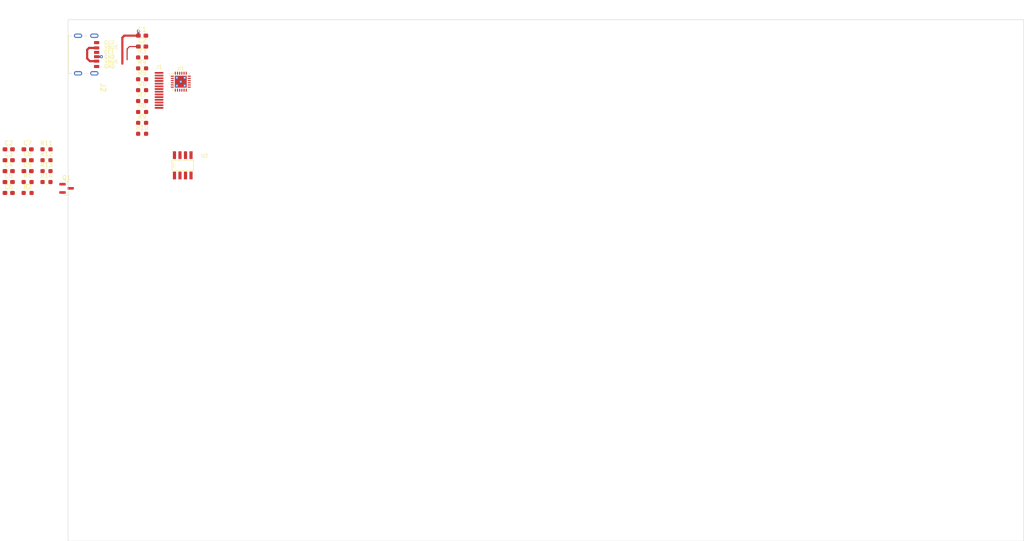
<source format=kicad_pcb>
(kicad_pcb (version 20221018) (generator pcbnew)
  (layers (0 "F.Cu" signal) (31 "B.Cu" signal) (34 "B.Paste" user) (35 "F.Paste" user) (36 "B.SilkS" user "B.Silkscreen") (37 "F.SilkS" user "F.Silkscreen") (38 "B.Mask" user) (39 "F.Mask" user) (44 "Edge.Cuts" user))
  (net 0 "")
  (net 1 "VDD")
  (net 2 "GND")
  (net 3 "VDDF")
  (net 18 "+1V8")
  (net 19 "Net-(U1-VBUS_IN)")
  (net 20 "Net-(U2A-G1)")
  (net 21 "Net-(U2B-S2)")
  (net 23 "Net-(U1-VBUS_MAX)")
  (net 24 "Net-(U1-VBUS_MIN)")
  (net 25 "Net-(U1-ISNK_COARSE)")
  (net 26 "Net-(U1-ISNK_FINE)")
  (net 27 "Net-(J2-CC1)")
  (net 29 "Net-(J2-CC2)")
  (net 31 "Net-(Q1-G)")
  (net 32 "Net-(D1-K)")
  (net 34 "PD_FLIP")
  (net 35 "Net-(D1-A)")
  (net 36 "PD_SCL")
  (net 37 "PD_SDA")
  (net 40 "Net-(R13-Pad2)")
  (net 43 "PD_HPI")
  (net 44 "Net-(U2A-S1)")
  (footprint "Capacitor_SMD:C_0603_1608Metric_Pad1.08x0.95mm_HandSolder" (layer "F.Cu") (at 25.6925 64.82)
    (fp_text reference "C7" (at 0 -1.43) (layer "F.SilkS"))
    (fp_text value "1uF")
    (fp_line (start -0.146267 -0.51) (end 0.146267 -0.51) (stroke (width 0.12)) (layer "F.SilkS"))
    (fp_line (start -0.146267 0.51) (end 0.146267 0.51) (stroke (width 0.12)) (layer "F.SilkS"))
    (pad "1" smd roundrect (at -0.8625 0) (size 1.075 0.95) (layers "F.Cu" "F.Paste" "F.Mask") (net 19 "Net-(U1-VBUS_IN)"))
    (pad "2" smd roundrect (at 0.8625 0) (size 1.075 0.95) (layers "F.Cu" "F.Paste" "F.Mask") (net 2 "GND"))
  )
  (footprint "Resistor_SMD:R_0603_1608Metric_Pad0.98x0.95mm_HandSolder" (layer "F.Cu") (at 52.05 51.2)
    (fp_text reference "R6" (at 0 -1.43) (layer "F.SilkS"))
    (fp_text value "2k4")
    (fp_line (start -0.254724 -0.5225) (end 0.254724 -0.5225) (stroke (width 0.12)) (layer "F.SilkS"))
    (fp_line (start -0.254724 0.5225) (end 0.254724 0.5225) (stroke (width 0.12)) (layer "F.SilkS"))
    (pad "1" smd roundrect (at -0.9125 0) (size 0.975 0.95) (layers "F.Cu" "F.Paste" "F.Mask") (net 24 "Net-(U1-VBUS_MIN)"))
    (pad "2" smd roundrect (at 0.9125 0) (size 0.975 0.95) (layers "F.Cu" "F.Paste" "F.Mask") (net 2 "GND"))
  )
  (footprint "Package_TO_SOT_SMD:SOT-23" (layer "F.Cu") (at 34.6625 73.8)
    (fp_text reference "Q1" (at 0 -2.4) (layer "F.SilkS"))
    (fp_text value "2N7002")
    (fp_line (start 0 -1.56) (end -1.675 -1.56) (stroke (width 0.12)) (layer "F.SilkS"))
    (fp_line (start 0 -1.56) (end 0.65 -1.56) (stroke (width 0.12)) (layer "F.SilkS"))
    (fp_line (start 0 1.56) (end -0.65 1.56) (stroke (width 0.12)) (layer "F.SilkS"))
    (fp_line (start 0 1.56) (end 0.65 1.56) (stroke (width 0.12)) (layer "F.SilkS"))
    (pad "1" smd roundrect (at -0.9375 -0.95) (size 1.475 0.6) (layers "F.Cu" "F.Paste" "F.Mask") (net 31 "Net-(Q1-G)"))
    (pad "2" smd roundrect (at -0.9375 0.95) (size 1.475 0.6) (layers "F.Cu" "F.Paste" "F.Mask") (net 2 "GND"))
    (pad "3" smd roundrect (at 0.9375 0) (size 1.475 0.6) (layers "F.Cu" "F.Paste" "F.Mask") (net 32 "Net-(D1-K)"))
  )
  (footprint "Resistor_SMD:R_0603_1608Metric_Pad0.98x0.95mm_HandSolder" (layer "F.Cu") (at 25.6925 72.35)
    (fp_text reference "R1" (at 0 -1.43) (layer "F.SilkS"))
    (fp_text value "2k4")
    (fp_line (start -0.254724 -0.5225) (end 0.254724 -0.5225) (stroke (width 0.12)) (layer "F.SilkS"))
    (fp_line (start -0.254724 0.5225) (end 0.254724 0.5225) (stroke (width 0.12)) (layer "F.SilkS"))
    (pad "1" smd roundrect (at -0.9125 0) (size 0.975 0.95) (layers "F.Cu" "F.Paste" "F.Mask") (net 1 "VDD"))
    (pad "2" smd roundrect (at 0.9125 0) (size 0.975 0.95) (layers "F.Cu" "F.Paste" "F.Mask") (net 34 "PD_FLIP"))
  )
  (footprint "Resistor_SMD:R_0603_1608Metric_Pad0.98x0.95mm_HandSolder" (layer "F.Cu") (at 52.05 56.22)
    (fp_text reference "R8" (at 0 -1.43) (layer "F.SilkS"))
    (fp_text value "5k1")
    (fp_line (start -0.254724 -0.5225) (end 0.254724 -0.5225) (stroke (width 0.12)) (layer "F.SilkS"))
    (fp_line (start -0.254724 0.5225) (end 0.254724 0.5225) (stroke (width 0.12)) (layer "F.SilkS"))
    (pad "1" smd roundrect (at -0.9125 0) (size 0.975 0.95) (layers "F.Cu" "F.Paste" "F.Mask") (net 25 "Net-(U1-ISNK_COARSE)"))
    (pad "2" smd roundrect (at 0.9125 0) (size 0.975 0.95) (layers "F.Cu" "F.Paste" "F.Mask") (net 2 "GND"))
  )
  (footprint "Capacitor_SMD:C_0603_1608Metric_Pad1.08x0.95mm_HandSolder" (layer "F.Cu") (at 25.6925 69.84)
    (fp_text reference "C9" (at 0 -1.43) (layer "F.SilkS"))
    (fp_text value "1uF")
    (fp_line (start -0.146267 -0.51) (end 0.146267 -0.51) (stroke (width 0.12)) (layer "F.SilkS"))
    (fp_line (start -0.146267 0.51) (end 0.146267 0.51) (stroke (width 0.12)) (layer "F.SilkS"))
    (pad "1" smd roundrect (at -0.8625 0) (size 1.075 0.95) (layers "F.Cu" "F.Paste" "F.Mask") (net 21 "Net-(U2B-S2)"))
    (pad "2" smd roundrect (at 0.8625 0) (size 1.075 0.95) (layers "F.Cu" "F.Paste" "F.Mask") (net 20 "Net-(U2A-G1)"))
  )
  (footprint "Resistor_SMD:R_0603_1608Metric_Pad0.98x0.95mm_HandSolder" (layer "F.Cu") (at 52.05 58.73)
    (fp_text reference "R9" (at 0 -1.43) (layer "F.SilkS"))
    (fp_text value "5k1")
    (fp_line (start -0.254724 -0.5225) (end 0.254724 -0.5225) (stroke (width 0.12)) (layer "F.SilkS"))
    (fp_line (start -0.254724 0.5225) (end 0.254724 0.5225) (stroke (width 0.12)) (layer "F.SilkS"))
    (pad "1" smd roundrect (at -0.9125 0) (size 0.975 0.95) (layers "F.Cu" "F.Paste" "F.Mask") (net 1 "VDD"))
    (pad "2" smd roundrect (at 0.9125 0) (size 0.975 0.95) (layers "F.Cu" "F.Paste" "F.Mask") (net 26 "Net-(U1-ISNK_FINE)"))
  )
  (footprint "Resistor_SMD:R_0603_1608Metric_Pad0.98x0.95mm_HandSolder" (layer "F.Cu") (at 52.05 43.67)
    (fp_text reference "R3" (at 0 -1.43) (layer "F.SilkS"))
    (fp_text value "5k1")
    (fp_line (start -0.254724 -0.5225) (end 0.254724 -0.5225) (stroke (width 0.12)) (layer "F.SilkS"))
    (fp_line (start -0.254724 0.5225) (end 0.254724 0.5225) (stroke (width 0.12)) (layer "F.SilkS"))
    (pad "1" smd roundrect (at -0.9125 0) (size 0.975 0.95) (layers "F.Cu" "F.Paste" "F.Mask") (net 1 "VDD"))
    (pad "2" smd roundrect (at 0.9125 0) (size 0.975 0.95) (layers "F.Cu" "F.Paste" "F.Mask") (net 23 "Net-(U1-VBUS_MAX)"))
  )
  (footprint "Capacitor_SMD:C_0603_1608Metric_Pad1.08x0.95mm_HandSolder" (layer "F.Cu") (at 21.3425 72.35)
    (fp_text reference "C5" (at 0 -1.43) (layer "F.SilkS"))
    (fp_text value "1uF")
    (fp_line (start -0.146267 -0.51) (end 0.146267 -0.51) (stroke (width 0.12)) (layer "F.SilkS"))
    (fp_line (start -0.146267 0.51) (end 0.146267 0.51) (stroke (width 0.12)) (layer "F.SilkS"))
    (pad "1" smd roundrect (at -0.8625 0) (size 1.075 0.95) (layers "F.Cu" "F.Paste" "F.Mask") (net 19 "Net-(U1-VBUS_IN)"))
    (pad "2" smd roundrect (at 0.8625 0) (size 1.075 0.95) (layers "F.Cu" "F.Paste" "F.Mask") (net 2 "GND"))
  )
  (footprint "Resistor_SMD:R_0603_1608Metric_Pad0.98x0.95mm_HandSolder" (layer "F.Cu") (at 30.0425 67.33)
    (fp_text reference "R12" (at 0 -1.43) (layer "F.SilkS"))
    (fp_text value "2k4")
    (fp_line (start -0.254724 -0.5225) (end 0.254724 -0.5225) (stroke (width 0.12)) (layer "F.SilkS"))
    (fp_line (start -0.254724 0.5225) (end 0.254724 0.5225) (stroke (width 0.12)) (layer "F.SilkS"))
    (pad "1" smd roundrect (at -0.9125 0) (size 0.975 0.95) (layers "F.Cu" "F.Paste" "F.Mask") (net 1 "VDD"))
    (pad "2" smd roundrect (at 0.9125 0) (size 0.975 0.95) (layers "F.Cu" "F.Paste" "F.Mask") (net 37 "PD_SDA"))
  )
  (footprint "Resistor_SMD:R_0603_1608Metric_Pad0.98x0.95mm_HandSolder" (layer "F.Cu") (at 52.05 48.69)
    (fp_text reference "R5" (at 0 -1.43) (layer "F.SilkS"))
    (fp_text value "5k1")
    (fp_line (start -0.254724 -0.5225) (end 0.254724 -0.5225) (stroke (width 0.12)) (layer "F.SilkS"))
    (fp_line (start -0.254724 0.5225) (end 0.254724 0.5225) (stroke (width 0.12)) (layer "F.SilkS"))
    (pad "1" smd roundrect (at -0.9125 0) (size 0.975 0.95) (layers "F.Cu" "F.Paste" "F.Mask") (net 1 "VDD"))
    (pad "2" smd roundrect (at 0.9125 0) (size 0.975 0.95) (layers "F.Cu" "F.Paste" "F.Mask") (net 24 "Net-(U1-VBUS_MIN)"))
  )
  (footprint "Resistor_SMD:R_0603_1608Metric_Pad0.98x0.95mm_HandSolder" (layer "F.Cu") (at 30.0425 69.84)
    (fp_text reference "R13" (at 0 -1.43) (layer "F.SilkS"))
    (fp_text value "2k4")
    (fp_line (start -0.254724 -0.5225) (end 0.254724 -0.5225) (stroke (width 0.12)) (layer "F.SilkS"))
    (fp_line (start -0.254724 0.5225) (end 0.254724 0.5225) (stroke (width 0.12)) (layer "F.SilkS"))
    (pad "1" smd roundrect (at -0.9125 0) (size 0.975 0.95) (layers "F.Cu" "F.Paste" "F.Mask") (net 20 "Net-(U2A-G1)"))
    (pad "2" smd roundrect (at 0.9125 0) (size 0.975 0.95) (layers "F.Cu" "F.Paste" "F.Mask") (net 40 "Net-(R13-Pad2)"))
  )
  (footprint "Footprints:U262-061N-4BVC11" (layer "F.Cu") (at 41.58 43 -90)
    (fp_text reference "J2" (at 7.6 -1.5 -90 unlocked) (layer "F.SilkS") (effects (font (size 1.2 1.2) (thickness 0.2) bold)))
    (fp_text value "USB_C_Receptacle_PowerOnly_6P")
    (fp_text user "GND" (at 0.55 -1.62 unlocked) (layer "F.SilkS") (effects (font (size 0.8 0.8) (thickness 0.15) bold) (justify left)))
    (fp_text user "GND" (at 2.75 -1.62 unlocked) (layer "F.SilkS") (effects (font (size 0.8 0.8) (thickness 0.15) bold) (justify left)))
    (fp_text user "CC1" (at -0.55 -1.62 unlocked) (layer "F.SilkS") (effects (font (size 0.8 0.8) (thickness 0.15) bold) (justify left)))
    (fp_text user "CC2" (at -2.75 -1.62 unlocked) (layer "F.SilkS") (effects (font (size 0.8 0.8) (thickness 0.15) bold) (justify left)))
    (fp_text user "VBUS" (at -1.65 -1.74 unlocked) (layer "F.SilkS") (effects (font (size 0.8 0.8) (thickness 0.15) bold) (justify left)))
    (fp_text user "VBUS" (at 1.65 -1.74 unlocked) (layer "F.SilkS") (effects (font (size 0.8 0.8) (thickness 0.15) bold) (justify left)))
    (fp_line (start -4.32 1.9) (end -4.32 2.9) (stroke (width 0.15)) (layer "F.SilkS"))
    (fp_line (start -4.32 5.7) (end -4.32 6.5) (stroke (width 0.15)) (layer "F.SilkS"))
    (fp_line (start -4.31 6.5) (end 4.32 6.5) (stroke (width 0.15)) (layer "F.SilkS"))
    (fp_line (start 4.32 1.9) (end 4.32 2.9) (stroke (width 0.15)) (layer "F.SilkS"))
    (fp_line (start 4.32 5.7) (end 4.32 6.5) (stroke (width 0.15)) (layer "F.SilkS"))
    (pad "A5" smd rect (at -0.5 0 270) (size 0.7 1.2) (layers "F.Cu" "F.Paste" "F.Mask") (net 27 "Net-(J2-CC1)"))
    (pad "A9" smd rect (at 1.52 0 270) (size 0.7 1.2) (layers "F.Cu" "F.Paste" "F.Mask") (net 19 "Net-(U1-VBUS_IN)"))
    (pad "A12" smd rect (at 2.75 0 270) (size 0.7 1.2) (layers "F.Cu" "F.Paste" "F.Mask") (net 2 "GND"))
    (pad "B5" smd rect (at -2.75 0 270) (size 0.7 1.2) (layers "F.Cu" "F.Paste" "F.Mask") (net 29 "Net-(J2-CC2)"))
    (pad "B9" smd rect (at -1.52 0 270) (size 0.7 1.2) (layers "F.Cu" "F.Paste" "F.Mask") (net 19 "Net-(U1-VBUS_IN)"))
    (pad "B12" smd rect (at 0.5 0 270) (size 0.7 1.2) (layers "F.Cu" "F.Paste" "F.Mask") (net 2 "GND"))
    (pad "S1" thru_hole oval (at -4.32 0.53 270) (size 1 1.9) (drill oval 0.5 1.4) (layers "*.Cu" "*.Mask"))
    (pad "S1" thru_hole oval (at -4.32 4.28 270) (size 1 1.9) (drill oval 0.5 1.4) (layers "*.Cu" "*.Mask"))
    (pad "S1" thru_hole oval (at 4.32 0.53 270) (size 1 1.9) (drill oval 0.5 1.4) (layers "*.Cu" "*.Mask"))
    (pad "S1" thru_hole oval (at 4.32 4.28 270) (size 1 1.9) (drill oval 0.5 1.4) (layers "*.Cu" "*.Mask"))
  )
  (footprint "Capacitor_SMD:C_0603_1608Metric_Pad1.08x0.95mm_HandSolder" (layer "F.Cu") (at 25.6925 67.33)
    (fp_text reference "C8" (at 0 -1.43) (layer "F.SilkS"))
    (fp_text value "1uF")
    (fp_line (start -0.146267 -0.51) (end 0.146267 -0.51) (stroke (width 0.12)) (layer "F.SilkS"))
    (fp_line (start -0.146267 0.51) (end 0.146267 0.51) (stroke (width 0.12)) (layer "F.SilkS"))
    (pad "1" smd roundrect (at -0.8625 0) (size 1.075 0.95) (layers "F.Cu" "F.Paste" "F.Mask") (net 19 "Net-(U1-VBUS_IN)"))
    (pad "2" smd roundrect (at 0.8625 0) (size 1.075 0.95) (layers "F.Cu" "F.Paste" "F.Mask") (net 20 "Net-(U2A-G1)"))
  )
  (footprint "Resistor_SMD:R_0603_1608Metric_Pad0.98x0.95mm_HandSolder" (layer "F.Cu") (at 30.0425 72.35)
    (fp_text reference "R14" (at 0 -1.43) (layer "F.SilkS"))
    (fp_text value "5k1")
    (fp_line (start -0.254724 -0.5225) (end 0.254724 -0.5225) (stroke (width 0.12)) (layer "F.SilkS"))
    (fp_line (start -0.254724 0.5225) (end 0.254724 0.5225) (stroke (width 0.12)) (layer "F.SilkS"))
    (pad "1" smd roundrect (at -0.9125 0) (size 0.975 0.95) (layers "F.Cu" "F.Paste" "F.Mask") (net 19 "Net-(U1-VBUS_IN)"))
    (pad "2" smd roundrect (at 0.9125 0) (size 0.975 0.95) (layers "F.Cu" "F.Paste" "F.Mask") (net 20 "Net-(U2A-G1)"))
  )
  (footprint "Capacitor_SMD:C_0603_1608Metric_Pad1.08x0.95mm_HandSolder" (layer "F.Cu") (at 21.3425 67.33)
    (fp_text reference "C3" (at 0 -1.43) (layer "F.SilkS"))
    (fp_text value "100n")
    (fp_line (start -0.146267 -0.51) (end 0.146267 -0.51) (stroke (width 0.12)) (layer "F.SilkS"))
    (fp_line (start -0.146267 0.51) (end 0.146267 0.51) (stroke (width 0.12)) (layer "F.SilkS"))
    (pad "1" smd roundrect (at -0.8625 0) (size 1.075 0.95) (layers "F.Cu" "F.Paste" "F.Mask") (net 1 "VDD"))
    (pad "2" smd roundrect (at 0.8625 0) (size 1.075 0.95) (layers "F.Cu" "F.Paste" "F.Mask") (net 2 "GND"))
  )
  (footprint "Footprints:UG-9616TSWCG02" (layer "F.Cu") (at 55.95 51.25)
    (fp_text reference "J1" (at 0 -5.4 unlocked) (layer "F.SilkS") (effects (font (size 0.8 0.8) (thickness 0.15) bold)))
    (fp_text value "OLED UG-9616TSWCG02")
    (pad "1" smd roundrect (at 0 -4.03 90) (size 0.4 2) (layers "F.Cu" "F.Paste" "F.Mask"))
    (pad "2" smd roundrect (at 0 -3.41 90) (size 0.4 2) (layers "F.Cu" "F.Paste" "F.Mask"))
    (pad "3" smd roundrect (at 0 -2.79 90) (size 0.4 2) (layers "F.Cu" "F.Paste" "F.Mask"))
    (pad "4" smd roundrect (at 0 -2.17 90) (size 0.4 2) (layers "F.Cu" "F.Paste" "F.Mask"))
    (pad "5" smd roundrect (at 0 -1.55 90) (size 0.4 2) (layers "F.Cu" "F.Paste" "F.Mask"))
    (pad "6" smd roundrect (at 0 -0.93 90) (size 0.4 2) (layers "F.Cu" "F.Paste" "F.Mask"))
    (pad "7" smd roundrect (at 0 -0.31 90) (size 0.4 2) (layers "F.Cu" "F.Paste" "F.Mask"))
    (pad "8" smd roundrect (at 0 0.31 90) (size 0.4 2) (layers "F.Cu" "F.Paste" "F.Mask"))
    (pad "9" smd roundrect (at 0 0.93 90) (size 0.4 2) (layers "F.Cu" "F.Paste" "F.Mask"))
    (pad "10" smd roundrect (at 0 1.55 90) (size 0.4 2) (layers "F.Cu" "F.Paste" "F.Mask"))
    (pad "11" smd roundrect (at 0 2.17 90) (size 0.4 2) (layers "F.Cu" "F.Paste" "F.Mask"))
    (pad "12" smd roundrect (at 0 2.79 90) (size 0.4 2) (layers "F.Cu" "F.Paste" "F.Mask"))
    (pad "13" smd roundrect (at 0 3.41 90) (size 0.4 2) (layers "F.Cu" "F.Paste" "F.Mask"))
    (pad "14" smd roundrect (at 0 4.03 90) (size 0.4 2) (layers "F.Cu" "F.Paste" "F.Mask"))
  )
  (footprint "Capacitor_SMD:C_0603_1608Metric_Pad1.08x0.95mm_HandSolder" (layer "F.Cu") (at 21.3425 74.86)
    (fp_text reference "C6" (at 0 -1.43) (layer "F.SilkS"))
    (fp_text value "1uF")
    (fp_line (start -0.146267 -0.51) (end 0.146267 -0.51) (stroke (width 0.12)) (layer "F.SilkS"))
    (fp_line (start -0.146267 0.51) (end 0.146267 0.51) (stroke (width 0.12)) (layer "F.SilkS"))
    (pad "1" smd roundrect (at -0.8625 0) (size 1.075 0.95) (layers "F.Cu" "F.Paste" "F.Mask") (net 19 "Net-(U1-VBUS_IN)"))
    (pad "2" smd roundrect (at 0.8625 0) (size 1.075 0.95) (layers "F.Cu" "F.Paste" "F.Mask") (net 2 "GND"))
  )
  (footprint "Capacitor_SMD:C_0603_1608Metric_Pad1.08x0.95mm_HandSolder" (layer "F.Cu") (at 52.05 38.65)
    (fp_text reference "C1" (at 0 -1.43) (layer "F.SilkS"))
    (fp_text value "1uF")
    (fp_line (start -0.146267 -0.51) (end 0.146267 -0.51) (stroke (width 0.12)) (layer "F.SilkS"))
    (fp_line (start -0.146267 0.51) (end 0.146267 0.51) (stroke (width 0.12)) (layer "F.SilkS"))
    (pad "1" smd roundrect (at -0.8625 0) (size 1.075 0.95) (layers "F.Cu" "F.Paste" "F.Mask") (net 1 "VDD"))
    (pad "2" smd roundrect (at 0.8625 0) (size 1.075 0.95) (layers "F.Cu" "F.Paste" "F.Mask") (net 2 "GND"))
  )
  (footprint "Resistor_SMD:R_0603_1608Metric_Pad0.98x0.95mm_HandSolder" (layer "F.Cu") (at 25.6925 74.86)
    (fp_text reference "R2" (at 0 -1.43) (layer "F.SilkS"))
    (fp_text value "2k4")
    (fp_line (start -0.254724 -0.5225) (end 0.254724 -0.5225) (stroke (width 0.12)) (layer "F.SilkS"))
    (fp_line (start -0.254724 0.5225) (end 0.254724 0.5225) (stroke (width 0.12)) (layer "F.SilkS"))
    (pad "1" smd roundrect (at -0.9125 0) (size 0.975 0.95) (layers "F.Cu" "F.Paste" "F.Mask") (net 1 "VDD"))
    (pad "2" smd roundrect (at 0.9125 0) (size 0.975 0.95) (layers "F.Cu" "F.Paste" "F.Mask") (net 35 "Net-(D1-A)"))
  )
  (footprint "Resistor_SMD:R_0603_1608Metric_Pad0.98x0.95mm_HandSolder" (layer "F.Cu") (at 30.0425 64.82)
    (fp_text reference "R11" (at 0 -1.43) (layer "F.SilkS"))
    (fp_text value "2k4")
    (fp_line (start -0.254724 -0.5225) (end 0.254724 -0.5225) (stroke (width 0.12)) (layer "F.SilkS"))
    (fp_line (start -0.254724 0.5225) (end 0.254724 0.5225) (stroke (width 0.12)) (layer "F.SilkS"))
    (pad "1" smd roundrect (at -0.9125 0) (size 0.975 0.95) (layers "F.Cu" "F.Paste" "F.Mask") (net 1 "VDD"))
    (pad "2" smd roundrect (at 0.9125 0) (size 0.975 0.95) (layers "F.Cu" "F.Paste" "F.Mask") (net 36 "PD_SCL"))
  )
  (footprint "Footprints:PG-VQFN-24" (layer "F.Cu") (at 60.95 49.25)
    (fp_text reference "U1" (at 0 -3 unlocked) (layer "F.SilkS") (effects (font (size 0.8 0.8) (thickness 0.15) bold)))
    (fp_text value "CYPD3177")
    (fp_line (start -1.95 -1.6) (end -1.95 -1.95) (stroke (width 0.15)) (layer "F.SilkS"))
    (fp_line (start -1.95 1.6) (end -1.95 1.95) (stroke (width 0.15)) (layer "F.SilkS"))
    (fp_line (start -1.6 -1.95) (end -1.95 -1.95) (stroke (width 0.15)) (layer "F.SilkS"))
    (fp_line (start -1.6 1.95) (end -1.95 1.95) (stroke (width 0.15)) (layer "F.SilkS"))
    (fp_line (start 1.6 -1.95) (end 1.95 -1.95) (stroke (width 0.15)) (layer "F.SilkS"))
    (fp_line (start 1.6 1.95) (end 1.95 1.95) (stroke (width 0.15)) (layer "F.SilkS"))
    (fp_line (start 1.95 -1.6) (end 1.95 -1.95) (stroke (width 0.15)) (layer "F.SilkS"))
    (fp_line (start 1.95 1.6) (end 1.95 1.95) (stroke (width 0.15)) (layer "F.SilkS"))
    (fp_circle (center -2.55 -1.775) (end -2.4 -1.775) (stroke (width 0.15)) (fill solid) (layer "F.SilkS"))
    (pad "1" smd rect (at -1.95 -1.25 90) (size 0.25 0.75) (layers "F.Cu" "F.Paste" "F.Mask") (net 24 "Net-(U1-VBUS_MIN)"))
    (pad "2" smd oval (at -1.95 -0.75 90) (size 0.25 0.75) (layers "F.Cu" "F.Paste" "F.Mask") (net 23 "Net-(U1-VBUS_MAX)"))
    (pad "3" smd oval (at -1.95 -0.25 90) (size 0.25 0.75) (layers "F.Cu" "F.Paste" "F.Mask") (net 40 "Net-(R13-Pad2)"))
    (pad "4" smd oval (at -1.95 0.25 90) (size 0.25 0.75) (layers "F.Cu" "F.Paste" "F.Mask"))
    (pad "5" smd oval (at -1.95 0.75 90) (size 0.25 0.75) (layers "F.Cu" "F.Paste" "F.Mask") (net 25 "Net-(U1-ISNK_COARSE)"))
    (pad "6" smd oval (at -1.95 1.25 90) (size 0.25 0.75) (layers "F.Cu" "F.Paste" "F.Mask") (net 26 "Net-(U1-ISNK_FINE)"))
    (pad "7" smd oval (at -1.25 1.95) (size 0.25 0.75) (layers "F.Cu" "F.Paste" "F.Mask") (net 43 "PD_HPI"))
    (pad "8" smd oval (at -0.75 1.95) (size 0.25 0.75) (layers "F.Cu" "F.Paste" "F.Mask"))
    (pad "9" smd oval (at -0.25 1.95) (size 0.25 0.75) (layers "F.Cu" "F.Paste" "F.Mask") (net 31 "Net-(Q1-G)"))
    (pad "10" smd oval (at 0.25 1.95) (size 0.25 0.75) (layers "F.Cu" "F.Paste" "F.Mask") (net 34 "PD_FLIP"))
    (pad "11" smd oval (at 0.75 1.95) (size 0.25 0.75) (layers "F.Cu" "F.Paste" "F.Mask"))
    (pad "12" smd oval (at 1.25 1.95) (size 0.25 0.75) (layers "F.Cu" "F.Paste" "F.Mask") (net 37 "PD_SDA"))
    (pad "13" smd oval (at 1.95 1.25 270) (size 0.25 0.75) (layers "F.Cu" "F.Paste" "F.Mask") (net 36 "PD_SCL"))
    (pad "14" smd oval (at 1.95 0.75 270) (size 0.25 0.75) (layers "F.Cu" "F.Paste" "F.Mask") (net 29 "Net-(J2-CC2)"))
    (pad "15" smd oval (at 1.95 0.25 270) (size 0.25 0.75) (layers "F.Cu" "F.Paste" "F.Mask") (net 27 "Net-(J2-CC1)"))
    (pad "16" smd oval (at 1.95 -0.25 270) (size 0.25 0.75) (layers "F.Cu" "F.Paste" "F.Mask"))
    (pad "17" smd oval (at 1.95 -0.75 270) (size 0.25 0.75) (layers "F.Cu" "F.Paste" "F.Mask"))
    (pad "18" smd oval (at 1.95 -1.25 270) (size 0.25 0.75) (layers "F.Cu" "F.Paste" "F.Mask") (net 19 "Net-(U1-VBUS_IN)"))
    (pad "19" smd oval (at 1.25 -1.95 180) (size 0.25 0.75) (layers "F.Cu" "F.Paste" "F.Mask") (net 2 "GND"))
    (pad "20" smd oval (at 0.75 -1.95 180) (size 0.25 0.75) (layers "F.Cu" "F.Paste" "F.Mask"))
    (pad "21" smd oval (at 0.25 -1.95 180) (size 0.25 0.75) (layers "F.Cu" "F.Paste" "F.Mask"))
    (pad "22" smd oval (at -0.25 -1.95 180) (size 0.25 0.75) (layers "F.Cu" "F.Paste" "F.Mask") (net 2 "GND"))
    (pad "23" smd oval (at -0.75 -1.95 180) (size 0.25 0.75) (layers "F.Cu" "F.Paste" "F.Mask") (net 1 "VDD"))
    (pad "24" smd oval (at -1.25 -1.95 180) (size 0.25 0.75) (layers "F.Cu" "F.Paste" "F.Mask") (net 18 "+1V8"))
    (pad "25" thru_hole circle (at -0.9 -0.9) (size 0.7 0.7) (drill 0.3) (property pad_prop_heatsink) (layers "*.Cu" "*.Mask") (net 2 "GND"))
    (pad "25" thru_hole circle (at -0.9 0.9) (size 0.7 0.7) (drill 0.3) (property pad_prop_heatsink) (layers "*.Cu" "*.Mask") (net 2 "GND"))
    (pad "25" thru_hole circle (at 0 0) (size 0.7 0.7) (drill 0.3) (property pad_prop_heatsink) (layers "*.Cu" "*.Mask") (net 2 "GND"))
    (pad "25" smd rect (at 0 0 180) (size 2.75 2.75) (layers "F.Cu" "F.Paste" "F.Mask") (net 2 "GND"))
    (pad "25" thru_hole circle (at 0.9 -0.9) (size 0.7 0.7) (drill 0.3) (property pad_prop_heatsink) (layers "*.Cu" "*.Mask") (net 2 "GND"))
    (pad "25" thru_hole circle (at 0.9 0.9) (size 0.7 0.7) (drill 0.3) (property pad_prop_heatsink) (layers "*.Cu" "*.Mask") (net 2 "GND"))
  )
  (footprint "Capacitor_SMD:C_0603_1608Metric_Pad1.08x0.95mm_HandSolder" (layer "F.Cu") (at 21.3425 69.84)
    (fp_text reference "C4" (at 0 -1.43) (layer "F.SilkS"))
    (fp_text value "100n")
    (fp_line (start -0.146267 -0.51) (end 0.146267 -0.51) (stroke (width 0.12)) (layer "F.SilkS"))
    (fp_line (start -0.146267 0.51) (end 0.146267 0.51) (stroke (width 0.12)) (layer "F.SilkS"))
    (pad "1" smd roundrect (at -0.8625 0) (size 1.075 0.95) (layers "F.Cu" "F.Paste" "F.Mask") (net 1 "VDD"))
    (pad "2" smd roundrect (at 0.8625 0) (size 1.075 0.95) (layers "F.Cu" "F.Paste" "F.Mask") (net 2 "GND"))
  )
  (footprint "Resistor_SMD:R_0603_1608Metric_Pad0.98x0.95mm_HandSolder" (layer "F.Cu") (at 52.05 61.24)
    (fp_text reference "R10" (at 0 -1.43) (layer "F.SilkS"))
    (fp_text value "0")
    (fp_line (start -0.254724 -0.5225) (end 0.254724 -0.5225) (stroke (width 0.12)) (layer "F.SilkS"))
    (fp_line (start -0.254724 0.5225) (end 0.254724 0.5225) (stroke (width 0.12)) (layer "F.SilkS"))
    (pad "1" smd roundrect (at -0.9125 0) (size 0.975 0.95) (layers "F.Cu" "F.Paste" "F.Mask") (net 26 "Net-(U1-ISNK_FINE)"))
    (pad "2" smd roundrect (at 0.9125 0) (size 0.975 0.95) (layers "F.Cu" "F.Paste" "F.Mask") (net 2 "GND"))
  )
  (footprint "Capacitor_SMD:C_0603_1608Metric_Pad1.08x0.95mm_HandSolder" (layer "F.Cu") (at 52.05 41.16)
    (fp_text reference "C2" (at 0 -1.43) (layer "F.SilkS"))
    (fp_text value "C")
    (fp_line (start -0.146267 -0.51) (end 0.146267 -0.51) (stroke (width 0.12)) (layer "F.SilkS"))
    (fp_line (start -0.146267 0.51) (end 0.146267 0.51) (stroke (width 0.12)) (layer "F.SilkS"))
    (pad "1" smd roundrect (at -0.8625 0) (size 1.075 0.95) (layers "F.Cu" "F.Paste" "F.Mask") (net 3 "VDDF"))
    (pad "2" smd roundrect (at 0.8625 0) (size 1.075 0.95) (layers "F.Cu" "F.Paste" "F.Mask") (net 2 "GND"))
  )
  (footprint "Resistor_SMD:R_0603_1608Metric_Pad0.98x0.95mm_HandSolder" (layer "F.Cu") (at 52.05 53.71)
    (fp_text reference "R7" (at 0 -1.43) (layer "F.SilkS"))
    (fp_text value "5k1")
    (fp_line (start -0.254724 -0.5225) (end 0.254724 -0.5225) (stroke (width 0.12)) (layer "F.SilkS"))
    (fp_line (start -0.254724 0.5225) (end 0.254724 0.5225) (stroke (width 0.12)) (layer "F.SilkS"))
    (pad "1" smd roundrect (at -0.9125 0) (size 0.975 0.95) (layers "F.Cu" "F.Paste" "F.Mask") (net 1 "VDD"))
    (pad "2" smd roundrect (at 0.9125 0) (size 0.975 0.95) (layers "F.Cu" "F.Paste" "F.Mask") (net 25 "Net-(U1-ISNK_COARSE)"))
  )
  (footprint "Resistor_SMD:R_0603_1608Metric_Pad0.98x0.95mm_HandSolder" (layer "F.Cu") (at 52.05 46.18)
    (fp_text reference "R4" (at 0 -1.43) (layer "F.SilkS"))
    (fp_text value "2k4")
    (fp_line (start -0.254724 -0.5225) (end 0.254724 -0.5225) (stroke (width 0.12)) (layer "F.SilkS"))
    (fp_line (start -0.254724 0.5225) (end 0.254724 0.5225) (stroke (width 0.12)) (layer "F.SilkS"))
    (pad "1" smd roundrect (at -0.9125 0) (size 0.975 0.95) (layers "F.Cu" "F.Paste" "F.Mask") (net 23 "Net-(U1-VBUS_MAX)"))
    (pad "2" smd roundrect (at 0.9125 0) (size 0.975 0.95) (layers "F.Cu" "F.Paste" "F.Mask") (net 2 "GND"))
  )
  (footprint "Capacitor_SMD:C_0603_1608Metric_Pad1.08x0.95mm_HandSolder" (layer "F.Cu") (at 21.3425 64.82)
    (fp_text reference "C2" (at 0 -1.43) (layer "F.SilkS"))
    (fp_text value "1uF")
    (fp_line (start -0.146267 -0.51) (end 0.146267 -0.51) (stroke (width 0.12)) (layer "F.SilkS"))
    (fp_line (start -0.146267 0.51) (end 0.146267 0.51) (stroke (width 0.12)) (layer "F.SilkS"))
    (pad "1" smd roundrect (at -0.8625 0) (size 1.075 0.95) (layers "F.Cu" "F.Paste" "F.Mask") (net 18 "+1V8"))
    (pad "2" smd roundrect (at 0.8625 0) (size 1.075 0.95) (layers "F.Cu" "F.Paste" "F.Mask") (net 2 "GND"))
  )
  (footprint "Footprints:SOIC-8" (layer "F.Cu") (at 61.4 68.5)
    (fp_text reference "U2" (at 5 -2.2) (layer "F.SilkS") (effects (font (size 0.8 0.8))))
    (fp_text value "IRF9358TRPBF")
    (fp_rect (start -2.5 -1.2) (end 2.5 1.2) (stroke (width 0.15)) (fill none) (layer "F.SilkS"))
    (fp_arc (start -2.5 -0.5) (mid -2 0) (end -2.5 0.5) (stroke (width 0.15)) (layer "F.SilkS"))
    (pad "1" smd rect (at -1.905 2.34) (size 0.72 1.78) (layers "F.Cu" "F.Paste" "F.Mask") (net 21 "Net-(U2B-S2)"))
    (pad "2" smd rect (at -0.635 2.34) (size 0.72 1.78) (layers "F.Cu" "F.Paste" "F.Mask") (net 20 "Net-(U2A-G1)"))
    (pad "3" smd rect (at 0.635 2.34) (size 0.72 1.78) (layers "F.Cu" "F.Paste" "F.Mask") (net 44 "Net-(U2A-S1)"))
    (pad "4" smd rect (at 1.905 2.34) (size 0.72 1.78) (layers "F.Cu" "F.Paste" "F.Mask") (net 20 "Net-(U2A-G1)"))
    (pad "5" smd rect (at 1.905 -2.34) (size 0.72 1.78) (layers "F.Cu" "F.Paste" "F.Mask") (net 19 "Net-(U1-VBUS_IN)"))
    (pad "6" smd rect (at 0.635 -2.34) (size 0.72 1.78) (layers "F.Cu" "F.Paste" "F.Mask") (net 19 "Net-(U1-VBUS_IN)"))
    (pad "7" smd rect (at -0.635 -2.34) (size 0.72 1.78) (layers "F.Cu" "F.Paste" "F.Mask") (net 44 "Net-(U2A-S1)"))
    (pad "8" smd rect (at -1.905 -2.34) (size 0.72 1.78) (layers "F.Cu" "F.Paste" "F.Mask") (net 44 "Net-(U2A-S1)"))
  )
  (gr_rect (start 35 35) (end 255 155) (stroke (width 0.1)) (fill none) (layer "Edge.Cuts"))
  (segment (start 51.1875 38.65) (end 51.1875 37.6125) (width 0.5) (layer "F.Cu") (net 1))
  (segment (start 51.1875 37.6125) (end 51.2 37.6) (width 0.5) (layer "F.Cu") (net 1))
  (segment (start 51.1875 38.65) (end 47.95 38.65) (width 0.5) (layer "F.Cu") (net 1))
  (segment (start 47.95 38.65) (end 47.5 39.1) (width 0.5) (layer "F.Cu") (net 1))
  (segment (start 47.5 39.1) (end 47.5 45.1) (width 0.5) (layer "F.Cu") (net 1))
  (via (at 51.2 37.6) (size 0.7) (drill 0.3) (layers "F.Cu" "B.Cu") (net 1))
  (segment (start 41.58 43.5) (end 42.7 43.5) (width 0.5) (layer "F.Cu") (net 2))
  (via (at 42.7 43.5) (size 0.7) (drill 0.3) (layers "F.Cu" "B.Cu") (net 2))
  (segment (start 49.14 41.16) (end 48.9 41.4) (width 0.25) (layer "F.Cu") (net 3))
  (segment (start 48.6 41.7) (end 48.6 42.2) (width 0.25) (layer "F.Cu") (net 3))
  (segment (start 51.1875 41.16) (end 49.14 41.16) (width 0.25) (layer "F.Cu") (net 3))
  (segment (start 48.6 42.2) (end 48.6 44.2) (width 0.25) (layer "F.Cu") (net 3))
  (segment (start 48.9 41.4) (end 48.6 41.7) (width 0.25) (layer "F.Cu") (net 3))
  (segment (start 39.4 43.9) (end 40.02 44.52) (width 0.5) (layer "F.Cu") (net 19))
  (segment (start 40.02 44.52) (end 41.58 44.52) (width 0.5) (layer "F.Cu") (net 19))
  (segment (start 41.58 41.48) (end 39.82 41.48) (width 0.5) (layer "F.Cu") (net 19))
  (segment (start 39.4 41.9) (end 39.4 43.9) (width 0.5) (layer "F.Cu") (net 19))
  (segment (start 39.82 41.48) (end 39.4 41.9) (width 0.5) (layer "F.Cu") (net 19))
)
</source>
